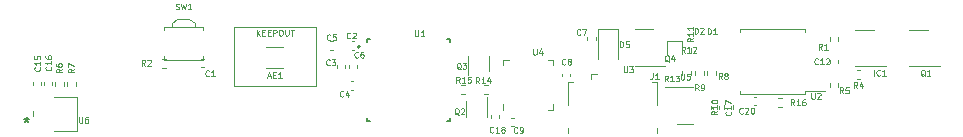
<source format=gbr>
%TF.GenerationSoftware,KiCad,Pcbnew,6.0.5-a6ca702e91~116~ubuntu22.04.1*%
%TF.CreationDate,2022-06-26T16:54:06-07:00*%
%TF.ProjectId,OSSG_v0p3,4f535347-5f76-4307-9033-2e6b69636164,v0.3*%
%TF.SameCoordinates,Original*%
%TF.FileFunction,Legend,Top*%
%TF.FilePolarity,Positive*%
%FSLAX46Y46*%
G04 Gerber Fmt 4.6, Leading zero omitted, Abs format (unit mm)*
G04 Created by KiCad (PCBNEW 6.0.5-a6ca702e91~116~ubuntu22.04.1) date 2022-06-26 16:54:06*
%MOMM*%
%LPD*%
G01*
G04 APERTURE LIST*
%ADD10C,0.070000*%
%ADD11C,0.150000*%
%ADD12C,0.120000*%
%ADD13C,0.100000*%
%ADD14C,0.127000*%
%ADD15C,0.200000*%
G04 APERTURE END LIST*
D10*
%TO.C,Q1*%
X158402380Y-79173809D02*
X158354761Y-79150000D01*
X158307142Y-79102380D01*
X158235714Y-79030952D01*
X158188095Y-79007142D01*
X158140476Y-79007142D01*
X158164285Y-79126190D02*
X158116666Y-79102380D01*
X158069047Y-79054761D01*
X158045238Y-78959523D01*
X158045238Y-78792857D01*
X158069047Y-78697619D01*
X158116666Y-78650000D01*
X158164285Y-78626190D01*
X158259523Y-78626190D01*
X158307142Y-78650000D01*
X158354761Y-78697619D01*
X158378571Y-78792857D01*
X158378571Y-78959523D01*
X158354761Y-79054761D01*
X158307142Y-79102380D01*
X158259523Y-79126190D01*
X158164285Y-79126190D01*
X158854761Y-79126190D02*
X158569047Y-79126190D01*
X158711904Y-79126190D02*
X158711904Y-78626190D01*
X158664285Y-78697619D01*
X158616666Y-78745238D01*
X158569047Y-78769047D01*
%TO.C,D1*%
X139980952Y-75626190D02*
X139980952Y-75126190D01*
X140100000Y-75126190D01*
X140171428Y-75150000D01*
X140219047Y-75197619D01*
X140242857Y-75245238D01*
X140266666Y-75340476D01*
X140266666Y-75411904D01*
X140242857Y-75507142D01*
X140219047Y-75554761D01*
X140171428Y-75602380D01*
X140100000Y-75626190D01*
X139980952Y-75626190D01*
X140742857Y-75626190D02*
X140457142Y-75626190D01*
X140600000Y-75626190D02*
X140600000Y-75126190D01*
X140552380Y-75197619D01*
X140504761Y-75245238D01*
X140457142Y-75269047D01*
%TO.C,C18*%
X121848571Y-83898571D02*
X121824761Y-83922380D01*
X121753333Y-83946190D01*
X121705714Y-83946190D01*
X121634285Y-83922380D01*
X121586666Y-83874761D01*
X121562857Y-83827142D01*
X121539047Y-83731904D01*
X121539047Y-83660476D01*
X121562857Y-83565238D01*
X121586666Y-83517619D01*
X121634285Y-83470000D01*
X121705714Y-83446190D01*
X121753333Y-83446190D01*
X121824761Y-83470000D01*
X121848571Y-83493809D01*
X122324761Y-83946190D02*
X122039047Y-83946190D01*
X122181904Y-83946190D02*
X122181904Y-83446190D01*
X122134285Y-83517619D01*
X122086666Y-83565238D01*
X122039047Y-83589047D01*
X122610476Y-83660476D02*
X122562857Y-83636666D01*
X122539047Y-83612857D01*
X122515238Y-83565238D01*
X122515238Y-83541428D01*
X122539047Y-83493809D01*
X122562857Y-83470000D01*
X122610476Y-83446190D01*
X122705714Y-83446190D01*
X122753333Y-83470000D01*
X122777142Y-83493809D01*
X122800952Y-83541428D01*
X122800952Y-83565238D01*
X122777142Y-83612857D01*
X122753333Y-83636666D01*
X122705714Y-83660476D01*
X122610476Y-83660476D01*
X122562857Y-83684285D01*
X122539047Y-83708095D01*
X122515238Y-83755714D01*
X122515238Y-83850952D01*
X122539047Y-83898571D01*
X122562857Y-83922380D01*
X122610476Y-83946190D01*
X122705714Y-83946190D01*
X122753333Y-83922380D01*
X122777142Y-83898571D01*
X122800952Y-83850952D01*
X122800952Y-83755714D01*
X122777142Y-83708095D01*
X122753333Y-83684285D01*
X122705714Y-83660476D01*
%TO.C,SW1*%
X94933333Y-73502380D02*
X95004761Y-73526190D01*
X95123809Y-73526190D01*
X95171428Y-73502380D01*
X95195238Y-73478571D01*
X95219047Y-73430952D01*
X95219047Y-73383333D01*
X95195238Y-73335714D01*
X95171428Y-73311904D01*
X95123809Y-73288095D01*
X95028571Y-73264285D01*
X94980952Y-73240476D01*
X94957142Y-73216666D01*
X94933333Y-73169047D01*
X94933333Y-73121428D01*
X94957142Y-73073809D01*
X94980952Y-73050000D01*
X95028571Y-73026190D01*
X95147619Y-73026190D01*
X95219047Y-73050000D01*
X95385714Y-73026190D02*
X95504761Y-73526190D01*
X95600000Y-73169047D01*
X95695238Y-73526190D01*
X95814285Y-73026190D01*
X96266666Y-73526190D02*
X95980952Y-73526190D01*
X96123809Y-73526190D02*
X96123809Y-73026190D01*
X96076190Y-73097619D01*
X96028571Y-73145238D01*
X95980952Y-73169047D01*
%TO.C,Q3*%
X119102380Y-78583809D02*
X119054761Y-78560000D01*
X119007142Y-78512380D01*
X118935714Y-78440952D01*
X118888095Y-78417142D01*
X118840476Y-78417142D01*
X118864285Y-78536190D02*
X118816666Y-78512380D01*
X118769047Y-78464761D01*
X118745238Y-78369523D01*
X118745238Y-78202857D01*
X118769047Y-78107619D01*
X118816666Y-78060000D01*
X118864285Y-78036190D01*
X118959523Y-78036190D01*
X119007142Y-78060000D01*
X119054761Y-78107619D01*
X119078571Y-78202857D01*
X119078571Y-78369523D01*
X119054761Y-78464761D01*
X119007142Y-78512380D01*
X118959523Y-78536190D01*
X118864285Y-78536190D01*
X119245238Y-78036190D02*
X119554761Y-78036190D01*
X119388095Y-78226666D01*
X119459523Y-78226666D01*
X119507142Y-78250476D01*
X119530952Y-78274285D01*
X119554761Y-78321904D01*
X119554761Y-78440952D01*
X119530952Y-78488571D01*
X119507142Y-78512380D01*
X119459523Y-78536190D01*
X119316666Y-78536190D01*
X119269047Y-78512380D01*
X119245238Y-78488571D01*
%TO.C,R4*%
X152666666Y-80176190D02*
X152500000Y-79938095D01*
X152380952Y-80176190D02*
X152380952Y-79676190D01*
X152571428Y-79676190D01*
X152619047Y-79700000D01*
X152642857Y-79723809D01*
X152666666Y-79771428D01*
X152666666Y-79842857D01*
X152642857Y-79890476D01*
X152619047Y-79914285D01*
X152571428Y-79938095D01*
X152380952Y-79938095D01*
X153095238Y-79842857D02*
X153095238Y-80176190D01*
X152976190Y-79652380D02*
X152857142Y-80009523D01*
X153166666Y-80009523D01*
%TO.C,C1*%
X97766666Y-79128571D02*
X97742857Y-79152380D01*
X97671428Y-79176190D01*
X97623809Y-79176190D01*
X97552380Y-79152380D01*
X97504761Y-79104761D01*
X97480952Y-79057142D01*
X97457142Y-78961904D01*
X97457142Y-78890476D01*
X97480952Y-78795238D01*
X97504761Y-78747619D01*
X97552380Y-78700000D01*
X97623809Y-78676190D01*
X97671428Y-78676190D01*
X97742857Y-78700000D01*
X97766666Y-78723809D01*
X98242857Y-79176190D02*
X97957142Y-79176190D01*
X98100000Y-79176190D02*
X98100000Y-78676190D01*
X98052380Y-78747619D01*
X98004761Y-78795238D01*
X97957142Y-78819047D01*
%TO.C,Q2*%
X118922380Y-82453809D02*
X118874761Y-82430000D01*
X118827142Y-82382380D01*
X118755714Y-82310952D01*
X118708095Y-82287142D01*
X118660476Y-82287142D01*
X118684285Y-82406190D02*
X118636666Y-82382380D01*
X118589047Y-82334761D01*
X118565238Y-82239523D01*
X118565238Y-82072857D01*
X118589047Y-81977619D01*
X118636666Y-81930000D01*
X118684285Y-81906190D01*
X118779523Y-81906190D01*
X118827142Y-81930000D01*
X118874761Y-81977619D01*
X118898571Y-82072857D01*
X118898571Y-82239523D01*
X118874761Y-82334761D01*
X118827142Y-82382380D01*
X118779523Y-82406190D01*
X118684285Y-82406190D01*
X119089047Y-81953809D02*
X119112857Y-81930000D01*
X119160476Y-81906190D01*
X119279523Y-81906190D01*
X119327142Y-81930000D01*
X119350952Y-81953809D01*
X119374761Y-82001428D01*
X119374761Y-82049047D01*
X119350952Y-82120476D01*
X119065238Y-82406190D01*
X119374761Y-82406190D01*
%TO.C,D5*%
X132560952Y-76726190D02*
X132560952Y-76226190D01*
X132680000Y-76226190D01*
X132751428Y-76250000D01*
X132799047Y-76297619D01*
X132822857Y-76345238D01*
X132846666Y-76440476D01*
X132846666Y-76511904D01*
X132822857Y-76607142D01*
X132799047Y-76654761D01*
X132751428Y-76702380D01*
X132680000Y-76726190D01*
X132560952Y-76726190D01*
X133299047Y-76226190D02*
X133060952Y-76226190D01*
X133037142Y-76464285D01*
X133060952Y-76440476D01*
X133108571Y-76416666D01*
X133227619Y-76416666D01*
X133275238Y-76440476D01*
X133299047Y-76464285D01*
X133322857Y-76511904D01*
X133322857Y-76630952D01*
X133299047Y-76678571D01*
X133275238Y-76702380D01*
X133227619Y-76726190D01*
X133108571Y-76726190D01*
X133060952Y-76702380D01*
X133037142Y-76678571D01*
%TO.C,C16*%
X84378571Y-78371428D02*
X84402380Y-78395238D01*
X84426190Y-78466666D01*
X84426190Y-78514285D01*
X84402380Y-78585714D01*
X84354761Y-78633333D01*
X84307142Y-78657142D01*
X84211904Y-78680952D01*
X84140476Y-78680952D01*
X84045238Y-78657142D01*
X83997619Y-78633333D01*
X83950000Y-78585714D01*
X83926190Y-78514285D01*
X83926190Y-78466666D01*
X83950000Y-78395238D01*
X83973809Y-78371428D01*
X84426190Y-77895238D02*
X84426190Y-78180952D01*
X84426190Y-78038095D02*
X83926190Y-78038095D01*
X83997619Y-78085714D01*
X84045238Y-78133333D01*
X84069047Y-78180952D01*
X83926190Y-77466666D02*
X83926190Y-77561904D01*
X83950000Y-77609523D01*
X83973809Y-77633333D01*
X84045238Y-77680952D01*
X84140476Y-77704761D01*
X84330952Y-77704761D01*
X84378571Y-77680952D01*
X84402380Y-77657142D01*
X84426190Y-77609523D01*
X84426190Y-77514285D01*
X84402380Y-77466666D01*
X84378571Y-77442857D01*
X84330952Y-77419047D01*
X84211904Y-77419047D01*
X84164285Y-77442857D01*
X84140476Y-77466666D01*
X84116666Y-77514285D01*
X84116666Y-77609523D01*
X84140476Y-77657142D01*
X84164285Y-77680952D01*
X84211904Y-77704761D01*
%TO.C,R6*%
X85316190Y-78569333D02*
X85078095Y-78736000D01*
X85316190Y-78855047D02*
X84816190Y-78855047D01*
X84816190Y-78664571D01*
X84840000Y-78616952D01*
X84863809Y-78593142D01*
X84911428Y-78569333D01*
X84982857Y-78569333D01*
X85030476Y-78593142D01*
X85054285Y-78616952D01*
X85078095Y-78664571D01*
X85078095Y-78855047D01*
X84816190Y-78140761D02*
X84816190Y-78236000D01*
X84840000Y-78283619D01*
X84863809Y-78307428D01*
X84935238Y-78355047D01*
X85030476Y-78378857D01*
X85220952Y-78378857D01*
X85268571Y-78355047D01*
X85292380Y-78331238D01*
X85316190Y-78283619D01*
X85316190Y-78188380D01*
X85292380Y-78140761D01*
X85268571Y-78116952D01*
X85220952Y-78093142D01*
X85101904Y-78093142D01*
X85054285Y-78116952D01*
X85030476Y-78140761D01*
X85006666Y-78188380D01*
X85006666Y-78283619D01*
X85030476Y-78331238D01*
X85054285Y-78355047D01*
X85101904Y-78378857D01*
%TO.C,C7*%
X129216666Y-75638571D02*
X129192857Y-75662380D01*
X129121428Y-75686190D01*
X129073809Y-75686190D01*
X129002380Y-75662380D01*
X128954761Y-75614761D01*
X128930952Y-75567142D01*
X128907142Y-75471904D01*
X128907142Y-75400476D01*
X128930952Y-75305238D01*
X128954761Y-75257619D01*
X129002380Y-75210000D01*
X129073809Y-75186190D01*
X129121428Y-75186190D01*
X129192857Y-75210000D01*
X129216666Y-75233809D01*
X129383333Y-75186190D02*
X129716666Y-75186190D01*
X129502380Y-75686190D01*
%TO.C,AE1*%
X102758666Y-79195333D02*
X102996761Y-79195333D01*
X102711047Y-79338190D02*
X102877714Y-78838190D01*
X103044380Y-79338190D01*
X103211047Y-79076285D02*
X103377714Y-79076285D01*
X103449142Y-79338190D02*
X103211047Y-79338190D01*
X103211047Y-78838190D01*
X103449142Y-78838190D01*
X103925333Y-79338190D02*
X103639619Y-79338190D01*
X103782476Y-79338190D02*
X103782476Y-78838190D01*
X103734857Y-78909619D01*
X103687238Y-78957238D01*
X103639619Y-78981047D01*
X101794380Y-75738190D02*
X101794380Y-75238190D01*
X102080095Y-75738190D02*
X101865809Y-75452476D01*
X102080095Y-75238190D02*
X101794380Y-75523904D01*
X102294380Y-75476285D02*
X102461047Y-75476285D01*
X102532476Y-75738190D02*
X102294380Y-75738190D01*
X102294380Y-75238190D01*
X102532476Y-75238190D01*
X102746761Y-75476285D02*
X102913428Y-75476285D01*
X102984857Y-75738190D02*
X102746761Y-75738190D01*
X102746761Y-75238190D01*
X102984857Y-75238190D01*
X103199142Y-75738190D02*
X103199142Y-75238190D01*
X103389619Y-75238190D01*
X103437238Y-75262000D01*
X103461047Y-75285809D01*
X103484857Y-75333428D01*
X103484857Y-75404857D01*
X103461047Y-75452476D01*
X103437238Y-75476285D01*
X103389619Y-75500095D01*
X103199142Y-75500095D01*
X103794380Y-75238190D02*
X103889619Y-75238190D01*
X103937238Y-75262000D01*
X103984857Y-75309619D01*
X104008666Y-75404857D01*
X104008666Y-75571523D01*
X103984857Y-75666761D01*
X103937238Y-75714380D01*
X103889619Y-75738190D01*
X103794380Y-75738190D01*
X103746761Y-75714380D01*
X103699142Y-75666761D01*
X103675333Y-75571523D01*
X103675333Y-75404857D01*
X103699142Y-75309619D01*
X103746761Y-75262000D01*
X103794380Y-75238190D01*
X104222952Y-75238190D02*
X104222952Y-75642952D01*
X104246761Y-75690571D01*
X104270571Y-75714380D01*
X104318190Y-75738190D01*
X104413428Y-75738190D01*
X104461047Y-75714380D01*
X104484857Y-75690571D01*
X104508666Y-75642952D01*
X104508666Y-75238190D01*
X104675333Y-75238190D02*
X104961047Y-75238190D01*
X104818190Y-75738190D02*
X104818190Y-75238190D01*
%TO.C,U6*%
X86759047Y-82626190D02*
X86759047Y-83030952D01*
X86782857Y-83078571D01*
X86806666Y-83102380D01*
X86854285Y-83126190D01*
X86949523Y-83126190D01*
X86997142Y-83102380D01*
X87020952Y-83078571D01*
X87044761Y-83030952D01*
X87044761Y-82626190D01*
X87497142Y-82626190D02*
X87401904Y-82626190D01*
X87354285Y-82650000D01*
X87330476Y-82673809D01*
X87282857Y-82745238D01*
X87259047Y-82840476D01*
X87259047Y-83030952D01*
X87282857Y-83078571D01*
X87306666Y-83102380D01*
X87354285Y-83126190D01*
X87449523Y-83126190D01*
X87497142Y-83102380D01*
X87520952Y-83078571D01*
X87544761Y-83030952D01*
X87544761Y-82911904D01*
X87520952Y-82864285D01*
X87497142Y-82840476D01*
X87449523Y-82816666D01*
X87354285Y-82816666D01*
X87306666Y-82840476D01*
X87282857Y-82864285D01*
X87259047Y-82911904D01*
D11*
X82330000Y-82662380D02*
X82330000Y-82900476D01*
X82091904Y-82805238D02*
X82330000Y-82900476D01*
X82568095Y-82805238D01*
X82187142Y-83090952D02*
X82330000Y-82900476D01*
X82472857Y-83090952D01*
D10*
%TO.C,C4*%
X109136666Y-80868571D02*
X109112857Y-80892380D01*
X109041428Y-80916190D01*
X108993809Y-80916190D01*
X108922380Y-80892380D01*
X108874761Y-80844761D01*
X108850952Y-80797142D01*
X108827142Y-80701904D01*
X108827142Y-80630476D01*
X108850952Y-80535238D01*
X108874761Y-80487619D01*
X108922380Y-80440000D01*
X108993809Y-80416190D01*
X109041428Y-80416190D01*
X109112857Y-80440000D01*
X109136666Y-80463809D01*
X109565238Y-80582857D02*
X109565238Y-80916190D01*
X109446190Y-80392380D02*
X109327142Y-80749523D01*
X109636666Y-80749523D01*
%TO.C,R11*%
X138766190Y-75941428D02*
X138528095Y-76108095D01*
X138766190Y-76227142D02*
X138266190Y-76227142D01*
X138266190Y-76036666D01*
X138290000Y-75989047D01*
X138313809Y-75965238D01*
X138361428Y-75941428D01*
X138432857Y-75941428D01*
X138480476Y-75965238D01*
X138504285Y-75989047D01*
X138528095Y-76036666D01*
X138528095Y-76227142D01*
X138766190Y-75465238D02*
X138766190Y-75750952D01*
X138766190Y-75608095D02*
X138266190Y-75608095D01*
X138337619Y-75655714D01*
X138385238Y-75703333D01*
X138409047Y-75750952D01*
X138766190Y-74989047D02*
X138766190Y-75274761D01*
X138766190Y-75131904D02*
X138266190Y-75131904D01*
X138337619Y-75179523D01*
X138385238Y-75227142D01*
X138409047Y-75274761D01*
%TO.C,IC1*%
X154061904Y-79126190D02*
X154061904Y-78626190D01*
X154585714Y-79078571D02*
X154561904Y-79102380D01*
X154490476Y-79126190D01*
X154442857Y-79126190D01*
X154371428Y-79102380D01*
X154323809Y-79054761D01*
X154300000Y-79007142D01*
X154276190Y-78911904D01*
X154276190Y-78840476D01*
X154300000Y-78745238D01*
X154323809Y-78697619D01*
X154371428Y-78650000D01*
X154442857Y-78626190D01*
X154490476Y-78626190D01*
X154561904Y-78650000D01*
X154585714Y-78673809D01*
X155061904Y-79126190D02*
X154776190Y-79126190D01*
X154919047Y-79126190D02*
X154919047Y-78626190D01*
X154871428Y-78697619D01*
X154823809Y-78745238D01*
X154776190Y-78769047D01*
%TO.C,U1*%
X115219047Y-75296190D02*
X115219047Y-75700952D01*
X115242857Y-75748571D01*
X115266666Y-75772380D01*
X115314285Y-75796190D01*
X115409523Y-75796190D01*
X115457142Y-75772380D01*
X115480952Y-75748571D01*
X115504761Y-75700952D01*
X115504761Y-75296190D01*
X116004761Y-75796190D02*
X115719047Y-75796190D01*
X115861904Y-75796190D02*
X115861904Y-75296190D01*
X115814285Y-75367619D01*
X115766666Y-75415238D01*
X115719047Y-75439047D01*
%TO.C,R7*%
X86332190Y-78569333D02*
X86094095Y-78736000D01*
X86332190Y-78855047D02*
X85832190Y-78855047D01*
X85832190Y-78664571D01*
X85856000Y-78616952D01*
X85879809Y-78593142D01*
X85927428Y-78569333D01*
X85998857Y-78569333D01*
X86046476Y-78593142D01*
X86070285Y-78616952D01*
X86094095Y-78664571D01*
X86094095Y-78855047D01*
X85832190Y-78402666D02*
X85832190Y-78069333D01*
X86332190Y-78283619D01*
%TO.C,U3*%
X132889047Y-78351190D02*
X132889047Y-78755952D01*
X132912857Y-78803571D01*
X132936666Y-78827380D01*
X132984285Y-78851190D01*
X133079523Y-78851190D01*
X133127142Y-78827380D01*
X133150952Y-78803571D01*
X133174761Y-78755952D01*
X133174761Y-78351190D01*
X133365238Y-78351190D02*
X133674761Y-78351190D01*
X133508095Y-78541666D01*
X133579523Y-78541666D01*
X133627142Y-78565476D01*
X133650952Y-78589285D01*
X133674761Y-78636904D01*
X133674761Y-78755952D01*
X133650952Y-78803571D01*
X133627142Y-78827380D01*
X133579523Y-78851190D01*
X133436666Y-78851190D01*
X133389047Y-78827380D01*
X133365238Y-78803571D01*
%TO.C,R16*%
X147328571Y-81636190D02*
X147161904Y-81398095D01*
X147042857Y-81636190D02*
X147042857Y-81136190D01*
X147233333Y-81136190D01*
X147280952Y-81160000D01*
X147304761Y-81183809D01*
X147328571Y-81231428D01*
X147328571Y-81302857D01*
X147304761Y-81350476D01*
X147280952Y-81374285D01*
X147233333Y-81398095D01*
X147042857Y-81398095D01*
X147804761Y-81636190D02*
X147519047Y-81636190D01*
X147661904Y-81636190D02*
X147661904Y-81136190D01*
X147614285Y-81207619D01*
X147566666Y-81255238D01*
X147519047Y-81279047D01*
X148233333Y-81136190D02*
X148138095Y-81136190D01*
X148090476Y-81160000D01*
X148066666Y-81183809D01*
X148019047Y-81255238D01*
X147995238Y-81350476D01*
X147995238Y-81540952D01*
X148019047Y-81588571D01*
X148042857Y-81612380D01*
X148090476Y-81636190D01*
X148185714Y-81636190D01*
X148233333Y-81612380D01*
X148257142Y-81588571D01*
X148280952Y-81540952D01*
X148280952Y-81421904D01*
X148257142Y-81374285D01*
X148233333Y-81350476D01*
X148185714Y-81326666D01*
X148090476Y-81326666D01*
X148042857Y-81350476D01*
X148019047Y-81374285D01*
X147995238Y-81421904D01*
%TO.C,R9*%
X139216666Y-80376190D02*
X139050000Y-80138095D01*
X138930952Y-80376190D02*
X138930952Y-79876190D01*
X139121428Y-79876190D01*
X139169047Y-79900000D01*
X139192857Y-79923809D01*
X139216666Y-79971428D01*
X139216666Y-80042857D01*
X139192857Y-80090476D01*
X139169047Y-80114285D01*
X139121428Y-80138095D01*
X138930952Y-80138095D01*
X139454761Y-80376190D02*
X139550000Y-80376190D01*
X139597619Y-80352380D01*
X139621428Y-80328571D01*
X139669047Y-80257142D01*
X139692857Y-80161904D01*
X139692857Y-79971428D01*
X139669047Y-79923809D01*
X139645238Y-79900000D01*
X139597619Y-79876190D01*
X139502380Y-79876190D01*
X139454761Y-79900000D01*
X139430952Y-79923809D01*
X139407142Y-79971428D01*
X139407142Y-80090476D01*
X139430952Y-80138095D01*
X139454761Y-80161904D01*
X139502380Y-80185714D01*
X139597619Y-80185714D01*
X139645238Y-80161904D01*
X139669047Y-80138095D01*
X139692857Y-80090476D01*
%TO.C,C17*%
X141938571Y-82171428D02*
X141962380Y-82195238D01*
X141986190Y-82266666D01*
X141986190Y-82314285D01*
X141962380Y-82385714D01*
X141914761Y-82433333D01*
X141867142Y-82457142D01*
X141771904Y-82480952D01*
X141700476Y-82480952D01*
X141605238Y-82457142D01*
X141557619Y-82433333D01*
X141510000Y-82385714D01*
X141486190Y-82314285D01*
X141486190Y-82266666D01*
X141510000Y-82195238D01*
X141533809Y-82171428D01*
X141986190Y-81695238D02*
X141986190Y-81980952D01*
X141986190Y-81838095D02*
X141486190Y-81838095D01*
X141557619Y-81885714D01*
X141605238Y-81933333D01*
X141629047Y-81980952D01*
X141486190Y-81528571D02*
X141486190Y-81195238D01*
X141986190Y-81409523D01*
%TO.C,J1*%
X135333333Y-78926190D02*
X135333333Y-79283333D01*
X135309523Y-79354761D01*
X135261904Y-79402380D01*
X135190476Y-79426190D01*
X135142857Y-79426190D01*
X135833333Y-79426190D02*
X135547619Y-79426190D01*
X135690476Y-79426190D02*
X135690476Y-78926190D01*
X135642857Y-78997619D01*
X135595238Y-79045238D01*
X135547619Y-79069047D01*
%TO.C,C20*%
X142968571Y-82298571D02*
X142944761Y-82322380D01*
X142873333Y-82346190D01*
X142825714Y-82346190D01*
X142754285Y-82322380D01*
X142706666Y-82274761D01*
X142682857Y-82227142D01*
X142659047Y-82131904D01*
X142659047Y-82060476D01*
X142682857Y-81965238D01*
X142706666Y-81917619D01*
X142754285Y-81870000D01*
X142825714Y-81846190D01*
X142873333Y-81846190D01*
X142944761Y-81870000D01*
X142968571Y-81893809D01*
X143159047Y-81893809D02*
X143182857Y-81870000D01*
X143230476Y-81846190D01*
X143349523Y-81846190D01*
X143397142Y-81870000D01*
X143420952Y-81893809D01*
X143444761Y-81941428D01*
X143444761Y-81989047D01*
X143420952Y-82060476D01*
X143135238Y-82346190D01*
X143444761Y-82346190D01*
X143754285Y-81846190D02*
X143801904Y-81846190D01*
X143849523Y-81870000D01*
X143873333Y-81893809D01*
X143897142Y-81941428D01*
X143920952Y-82036666D01*
X143920952Y-82155714D01*
X143897142Y-82250952D01*
X143873333Y-82298571D01*
X143849523Y-82322380D01*
X143801904Y-82346190D01*
X143754285Y-82346190D01*
X143706666Y-82322380D01*
X143682857Y-82298571D01*
X143659047Y-82250952D01*
X143635238Y-82155714D01*
X143635238Y-82036666D01*
X143659047Y-81941428D01*
X143682857Y-81893809D01*
X143706666Y-81870000D01*
X143754285Y-81846190D01*
%TO.C,R13*%
X136628571Y-79626190D02*
X136461904Y-79388095D01*
X136342857Y-79626190D02*
X136342857Y-79126190D01*
X136533333Y-79126190D01*
X136580952Y-79150000D01*
X136604761Y-79173809D01*
X136628571Y-79221428D01*
X136628571Y-79292857D01*
X136604761Y-79340476D01*
X136580952Y-79364285D01*
X136533333Y-79388095D01*
X136342857Y-79388095D01*
X137104761Y-79626190D02*
X136819047Y-79626190D01*
X136961904Y-79626190D02*
X136961904Y-79126190D01*
X136914285Y-79197619D01*
X136866666Y-79245238D01*
X136819047Y-79269047D01*
X137271428Y-79126190D02*
X137580952Y-79126190D01*
X137414285Y-79316666D01*
X137485714Y-79316666D01*
X137533333Y-79340476D01*
X137557142Y-79364285D01*
X137580952Y-79411904D01*
X137580952Y-79530952D01*
X137557142Y-79578571D01*
X137533333Y-79602380D01*
X137485714Y-79626190D01*
X137342857Y-79626190D01*
X137295238Y-79602380D01*
X137271428Y-79578571D01*
%TO.C,C2*%
X109736666Y-75938571D02*
X109712857Y-75962380D01*
X109641428Y-75986190D01*
X109593809Y-75986190D01*
X109522380Y-75962380D01*
X109474761Y-75914761D01*
X109450952Y-75867142D01*
X109427142Y-75771904D01*
X109427142Y-75700476D01*
X109450952Y-75605238D01*
X109474761Y-75557619D01*
X109522380Y-75510000D01*
X109593809Y-75486190D01*
X109641428Y-75486190D01*
X109712857Y-75510000D01*
X109736666Y-75533809D01*
X109927142Y-75533809D02*
X109950952Y-75510000D01*
X109998571Y-75486190D01*
X110117619Y-75486190D01*
X110165238Y-75510000D01*
X110189047Y-75533809D01*
X110212857Y-75581428D01*
X110212857Y-75629047D01*
X110189047Y-75700476D01*
X109903333Y-75986190D01*
X110212857Y-75986190D01*
%TO.C,R8*%
X141216666Y-79426190D02*
X141050000Y-79188095D01*
X140930952Y-79426190D02*
X140930952Y-78926190D01*
X141121428Y-78926190D01*
X141169047Y-78950000D01*
X141192857Y-78973809D01*
X141216666Y-79021428D01*
X141216666Y-79092857D01*
X141192857Y-79140476D01*
X141169047Y-79164285D01*
X141121428Y-79188095D01*
X140930952Y-79188095D01*
X141502380Y-79140476D02*
X141454761Y-79116666D01*
X141430952Y-79092857D01*
X141407142Y-79045238D01*
X141407142Y-79021428D01*
X141430952Y-78973809D01*
X141454761Y-78950000D01*
X141502380Y-78926190D01*
X141597619Y-78926190D01*
X141645238Y-78950000D01*
X141669047Y-78973809D01*
X141692857Y-79021428D01*
X141692857Y-79045238D01*
X141669047Y-79092857D01*
X141645238Y-79116666D01*
X141597619Y-79140476D01*
X141502380Y-79140476D01*
X141454761Y-79164285D01*
X141430952Y-79188095D01*
X141407142Y-79235714D01*
X141407142Y-79330952D01*
X141430952Y-79378571D01*
X141454761Y-79402380D01*
X141502380Y-79426190D01*
X141597619Y-79426190D01*
X141645238Y-79402380D01*
X141669047Y-79378571D01*
X141692857Y-79330952D01*
X141692857Y-79235714D01*
X141669047Y-79188095D01*
X141645238Y-79164285D01*
X141597619Y-79140476D01*
%TO.C,U2*%
X148779047Y-80596190D02*
X148779047Y-81000952D01*
X148802857Y-81048571D01*
X148826666Y-81072380D01*
X148874285Y-81096190D01*
X148969523Y-81096190D01*
X149017142Y-81072380D01*
X149040952Y-81048571D01*
X149064761Y-81000952D01*
X149064761Y-80596190D01*
X149279047Y-80643809D02*
X149302857Y-80620000D01*
X149350476Y-80596190D01*
X149469523Y-80596190D01*
X149517142Y-80620000D01*
X149540952Y-80643809D01*
X149564761Y-80691428D01*
X149564761Y-80739047D01*
X149540952Y-80810476D01*
X149255238Y-81096190D01*
X149564761Y-81096190D01*
%TO.C,C12*%
X149328571Y-78128571D02*
X149304761Y-78152380D01*
X149233333Y-78176190D01*
X149185714Y-78176190D01*
X149114285Y-78152380D01*
X149066666Y-78104761D01*
X149042857Y-78057142D01*
X149019047Y-77961904D01*
X149019047Y-77890476D01*
X149042857Y-77795238D01*
X149066666Y-77747619D01*
X149114285Y-77700000D01*
X149185714Y-77676190D01*
X149233333Y-77676190D01*
X149304761Y-77700000D01*
X149328571Y-77723809D01*
X149804761Y-78176190D02*
X149519047Y-78176190D01*
X149661904Y-78176190D02*
X149661904Y-77676190D01*
X149614285Y-77747619D01*
X149566666Y-77795238D01*
X149519047Y-77819047D01*
X149995238Y-77723809D02*
X150019047Y-77700000D01*
X150066666Y-77676190D01*
X150185714Y-77676190D01*
X150233333Y-77700000D01*
X150257142Y-77723809D01*
X150280952Y-77771428D01*
X150280952Y-77819047D01*
X150257142Y-77890476D01*
X149971428Y-78176190D01*
X150280952Y-78176190D01*
%TO.C,R5*%
X151466666Y-80626190D02*
X151300000Y-80388095D01*
X151180952Y-80626190D02*
X151180952Y-80126190D01*
X151371428Y-80126190D01*
X151419047Y-80150000D01*
X151442857Y-80173809D01*
X151466666Y-80221428D01*
X151466666Y-80292857D01*
X151442857Y-80340476D01*
X151419047Y-80364285D01*
X151371428Y-80388095D01*
X151180952Y-80388095D01*
X151919047Y-80126190D02*
X151680952Y-80126190D01*
X151657142Y-80364285D01*
X151680952Y-80340476D01*
X151728571Y-80316666D01*
X151847619Y-80316666D01*
X151895238Y-80340476D01*
X151919047Y-80364285D01*
X151942857Y-80411904D01*
X151942857Y-80530952D01*
X151919047Y-80578571D01*
X151895238Y-80602380D01*
X151847619Y-80626190D01*
X151728571Y-80626190D01*
X151680952Y-80602380D01*
X151657142Y-80578571D01*
%TO.C,R2*%
X92366666Y-78276190D02*
X92200000Y-78038095D01*
X92080952Y-78276190D02*
X92080952Y-77776190D01*
X92271428Y-77776190D01*
X92319047Y-77800000D01*
X92342857Y-77823809D01*
X92366666Y-77871428D01*
X92366666Y-77942857D01*
X92342857Y-77990476D01*
X92319047Y-78014285D01*
X92271428Y-78038095D01*
X92080952Y-78038095D01*
X92557142Y-77823809D02*
X92580952Y-77800000D01*
X92628571Y-77776190D01*
X92747619Y-77776190D01*
X92795238Y-77800000D01*
X92819047Y-77823809D01*
X92842857Y-77871428D01*
X92842857Y-77919047D01*
X92819047Y-77990476D01*
X92533333Y-78276190D01*
X92842857Y-78276190D01*
%TO.C,Q4*%
X136752380Y-77973809D02*
X136704761Y-77950000D01*
X136657142Y-77902380D01*
X136585714Y-77830952D01*
X136538095Y-77807142D01*
X136490476Y-77807142D01*
X136514285Y-77926190D02*
X136466666Y-77902380D01*
X136419047Y-77854761D01*
X136395238Y-77759523D01*
X136395238Y-77592857D01*
X136419047Y-77497619D01*
X136466666Y-77450000D01*
X136514285Y-77426190D01*
X136609523Y-77426190D01*
X136657142Y-77450000D01*
X136704761Y-77497619D01*
X136728571Y-77592857D01*
X136728571Y-77759523D01*
X136704761Y-77854761D01*
X136657142Y-77902380D01*
X136609523Y-77926190D01*
X136514285Y-77926190D01*
X137157142Y-77592857D02*
X137157142Y-77926190D01*
X137038095Y-77402380D02*
X136919047Y-77759523D01*
X137228571Y-77759523D01*
%TO.C,C9*%
X123876666Y-83938571D02*
X123852857Y-83962380D01*
X123781428Y-83986190D01*
X123733809Y-83986190D01*
X123662380Y-83962380D01*
X123614761Y-83914761D01*
X123590952Y-83867142D01*
X123567142Y-83771904D01*
X123567142Y-83700476D01*
X123590952Y-83605238D01*
X123614761Y-83557619D01*
X123662380Y-83510000D01*
X123733809Y-83486190D01*
X123781428Y-83486190D01*
X123852857Y-83510000D01*
X123876666Y-83533809D01*
X124114761Y-83986190D02*
X124210000Y-83986190D01*
X124257619Y-83962380D01*
X124281428Y-83938571D01*
X124329047Y-83867142D01*
X124352857Y-83771904D01*
X124352857Y-83581428D01*
X124329047Y-83533809D01*
X124305238Y-83510000D01*
X124257619Y-83486190D01*
X124162380Y-83486190D01*
X124114761Y-83510000D01*
X124090952Y-83533809D01*
X124067142Y-83581428D01*
X124067142Y-83700476D01*
X124090952Y-83748095D01*
X124114761Y-83771904D01*
X124162380Y-83795714D01*
X124257619Y-83795714D01*
X124305238Y-83771904D01*
X124329047Y-83748095D01*
X124352857Y-83700476D01*
%TO.C,D2*%
X138880952Y-75576190D02*
X138880952Y-75076190D01*
X139000000Y-75076190D01*
X139071428Y-75100000D01*
X139119047Y-75147619D01*
X139142857Y-75195238D01*
X139166666Y-75290476D01*
X139166666Y-75361904D01*
X139142857Y-75457142D01*
X139119047Y-75504761D01*
X139071428Y-75552380D01*
X139000000Y-75576190D01*
X138880952Y-75576190D01*
X139357142Y-75123809D02*
X139380952Y-75100000D01*
X139428571Y-75076190D01*
X139547619Y-75076190D01*
X139595238Y-75100000D01*
X139619047Y-75123809D01*
X139642857Y-75171428D01*
X139642857Y-75219047D01*
X139619047Y-75290476D01*
X139333333Y-75576190D01*
X139642857Y-75576190D01*
%TO.C,C6*%
X110396666Y-77558571D02*
X110372857Y-77582380D01*
X110301428Y-77606190D01*
X110253809Y-77606190D01*
X110182380Y-77582380D01*
X110134761Y-77534761D01*
X110110952Y-77487142D01*
X110087142Y-77391904D01*
X110087142Y-77320476D01*
X110110952Y-77225238D01*
X110134761Y-77177619D01*
X110182380Y-77130000D01*
X110253809Y-77106190D01*
X110301428Y-77106190D01*
X110372857Y-77130000D01*
X110396666Y-77153809D01*
X110825238Y-77106190D02*
X110730000Y-77106190D01*
X110682380Y-77130000D01*
X110658571Y-77153809D01*
X110610952Y-77225238D01*
X110587142Y-77320476D01*
X110587142Y-77510952D01*
X110610952Y-77558571D01*
X110634761Y-77582380D01*
X110682380Y-77606190D01*
X110777619Y-77606190D01*
X110825238Y-77582380D01*
X110849047Y-77558571D01*
X110872857Y-77510952D01*
X110872857Y-77391904D01*
X110849047Y-77344285D01*
X110825238Y-77320476D01*
X110777619Y-77296666D01*
X110682380Y-77296666D01*
X110634761Y-77320476D01*
X110610952Y-77344285D01*
X110587142Y-77391904D01*
%TO.C,U4*%
X125219047Y-76856190D02*
X125219047Y-77260952D01*
X125242857Y-77308571D01*
X125266666Y-77332380D01*
X125314285Y-77356190D01*
X125409523Y-77356190D01*
X125457142Y-77332380D01*
X125480952Y-77308571D01*
X125504761Y-77260952D01*
X125504761Y-76856190D01*
X125957142Y-77022857D02*
X125957142Y-77356190D01*
X125838095Y-76832380D02*
X125719047Y-77189523D01*
X126028571Y-77189523D01*
%TO.C,C8*%
X127932666Y-78156571D02*
X127908857Y-78180380D01*
X127837428Y-78204190D01*
X127789809Y-78204190D01*
X127718380Y-78180380D01*
X127670761Y-78132761D01*
X127646952Y-78085142D01*
X127623142Y-77989904D01*
X127623142Y-77918476D01*
X127646952Y-77823238D01*
X127670761Y-77775619D01*
X127718380Y-77728000D01*
X127789809Y-77704190D01*
X127837428Y-77704190D01*
X127908857Y-77728000D01*
X127932666Y-77751809D01*
X128218380Y-77918476D02*
X128170761Y-77894666D01*
X128146952Y-77870857D01*
X128123142Y-77823238D01*
X128123142Y-77799428D01*
X128146952Y-77751809D01*
X128170761Y-77728000D01*
X128218380Y-77704190D01*
X128313619Y-77704190D01*
X128361238Y-77728000D01*
X128385047Y-77751809D01*
X128408857Y-77799428D01*
X128408857Y-77823238D01*
X128385047Y-77870857D01*
X128361238Y-77894666D01*
X128313619Y-77918476D01*
X128218380Y-77918476D01*
X128170761Y-77942285D01*
X128146952Y-77966095D01*
X128123142Y-78013714D01*
X128123142Y-78108952D01*
X128146952Y-78156571D01*
X128170761Y-78180380D01*
X128218380Y-78204190D01*
X128313619Y-78204190D01*
X128361238Y-78180380D01*
X128385047Y-78156571D01*
X128408857Y-78108952D01*
X128408857Y-78013714D01*
X128385047Y-77966095D01*
X128361238Y-77942285D01*
X128313619Y-77918476D01*
%TO.C,R14*%
X120668571Y-79786190D02*
X120501904Y-79548095D01*
X120382857Y-79786190D02*
X120382857Y-79286190D01*
X120573333Y-79286190D01*
X120620952Y-79310000D01*
X120644761Y-79333809D01*
X120668571Y-79381428D01*
X120668571Y-79452857D01*
X120644761Y-79500476D01*
X120620952Y-79524285D01*
X120573333Y-79548095D01*
X120382857Y-79548095D01*
X121144761Y-79786190D02*
X120859047Y-79786190D01*
X121001904Y-79786190D02*
X121001904Y-79286190D01*
X120954285Y-79357619D01*
X120906666Y-79405238D01*
X120859047Y-79429047D01*
X121573333Y-79452857D02*
X121573333Y-79786190D01*
X121454285Y-79262380D02*
X121335238Y-79619523D01*
X121644761Y-79619523D01*
%TO.C,C5*%
X108046666Y-76078571D02*
X108022857Y-76102380D01*
X107951428Y-76126190D01*
X107903809Y-76126190D01*
X107832380Y-76102380D01*
X107784761Y-76054761D01*
X107760952Y-76007142D01*
X107737142Y-75911904D01*
X107737142Y-75840476D01*
X107760952Y-75745238D01*
X107784761Y-75697619D01*
X107832380Y-75650000D01*
X107903809Y-75626190D01*
X107951428Y-75626190D01*
X108022857Y-75650000D01*
X108046666Y-75673809D01*
X108499047Y-75626190D02*
X108260952Y-75626190D01*
X108237142Y-75864285D01*
X108260952Y-75840476D01*
X108308571Y-75816666D01*
X108427619Y-75816666D01*
X108475238Y-75840476D01*
X108499047Y-75864285D01*
X108522857Y-75911904D01*
X108522857Y-76030952D01*
X108499047Y-76078571D01*
X108475238Y-76102380D01*
X108427619Y-76126190D01*
X108308571Y-76126190D01*
X108260952Y-76102380D01*
X108237142Y-76078571D01*
%TO.C,U5*%
X137699047Y-78966190D02*
X137699047Y-79370952D01*
X137722857Y-79418571D01*
X137746666Y-79442380D01*
X137794285Y-79466190D01*
X137889523Y-79466190D01*
X137937142Y-79442380D01*
X137960952Y-79418571D01*
X137984761Y-79370952D01*
X137984761Y-78966190D01*
X138460952Y-78966190D02*
X138222857Y-78966190D01*
X138199047Y-79204285D01*
X138222857Y-79180476D01*
X138270476Y-79156666D01*
X138389523Y-79156666D01*
X138437142Y-79180476D01*
X138460952Y-79204285D01*
X138484761Y-79251904D01*
X138484761Y-79370952D01*
X138460952Y-79418571D01*
X138437142Y-79442380D01*
X138389523Y-79466190D01*
X138270476Y-79466190D01*
X138222857Y-79442380D01*
X138199047Y-79418571D01*
%TO.C,R10*%
X140806190Y-82121428D02*
X140568095Y-82288095D01*
X140806190Y-82407142D02*
X140306190Y-82407142D01*
X140306190Y-82216666D01*
X140330000Y-82169047D01*
X140353809Y-82145238D01*
X140401428Y-82121428D01*
X140472857Y-82121428D01*
X140520476Y-82145238D01*
X140544285Y-82169047D01*
X140568095Y-82216666D01*
X140568095Y-82407142D01*
X140806190Y-81645238D02*
X140806190Y-81930952D01*
X140806190Y-81788095D02*
X140306190Y-81788095D01*
X140377619Y-81835714D01*
X140425238Y-81883333D01*
X140449047Y-81930952D01*
X140306190Y-81335714D02*
X140306190Y-81288095D01*
X140330000Y-81240476D01*
X140353809Y-81216666D01*
X140401428Y-81192857D01*
X140496666Y-81169047D01*
X140615714Y-81169047D01*
X140710952Y-81192857D01*
X140758571Y-81216666D01*
X140782380Y-81240476D01*
X140806190Y-81288095D01*
X140806190Y-81335714D01*
X140782380Y-81383333D01*
X140758571Y-81407142D01*
X140710952Y-81430952D01*
X140615714Y-81454761D01*
X140496666Y-81454761D01*
X140401428Y-81430952D01*
X140353809Y-81407142D01*
X140330000Y-81383333D01*
X140306190Y-81335714D01*
%TO.C,C15*%
X83428571Y-78421428D02*
X83452380Y-78445238D01*
X83476190Y-78516666D01*
X83476190Y-78564285D01*
X83452380Y-78635714D01*
X83404761Y-78683333D01*
X83357142Y-78707142D01*
X83261904Y-78730952D01*
X83190476Y-78730952D01*
X83095238Y-78707142D01*
X83047619Y-78683333D01*
X83000000Y-78635714D01*
X82976190Y-78564285D01*
X82976190Y-78516666D01*
X83000000Y-78445238D01*
X83023809Y-78421428D01*
X83476190Y-77945238D02*
X83476190Y-78230952D01*
X83476190Y-78088095D02*
X82976190Y-78088095D01*
X83047619Y-78135714D01*
X83095238Y-78183333D01*
X83119047Y-78230952D01*
X82976190Y-77492857D02*
X82976190Y-77730952D01*
X83214285Y-77754761D01*
X83190476Y-77730952D01*
X83166666Y-77683333D01*
X83166666Y-77564285D01*
X83190476Y-77516666D01*
X83214285Y-77492857D01*
X83261904Y-77469047D01*
X83380952Y-77469047D01*
X83428571Y-77492857D01*
X83452380Y-77516666D01*
X83476190Y-77564285D01*
X83476190Y-77683333D01*
X83452380Y-77730952D01*
X83428571Y-77754761D01*
%TO.C,R1*%
X149666666Y-76926190D02*
X149500000Y-76688095D01*
X149380952Y-76926190D02*
X149380952Y-76426190D01*
X149571428Y-76426190D01*
X149619047Y-76450000D01*
X149642857Y-76473809D01*
X149666666Y-76521428D01*
X149666666Y-76592857D01*
X149642857Y-76640476D01*
X149619047Y-76664285D01*
X149571428Y-76688095D01*
X149380952Y-76688095D01*
X150142857Y-76926190D02*
X149857142Y-76926190D01*
X150000000Y-76926190D02*
X150000000Y-76426190D01*
X149952380Y-76497619D01*
X149904761Y-76545238D01*
X149857142Y-76569047D01*
%TO.C,R12*%
X138078571Y-77176190D02*
X137911904Y-76938095D01*
X137792857Y-77176190D02*
X137792857Y-76676190D01*
X137983333Y-76676190D01*
X138030952Y-76700000D01*
X138054761Y-76723809D01*
X138078571Y-76771428D01*
X138078571Y-76842857D01*
X138054761Y-76890476D01*
X138030952Y-76914285D01*
X137983333Y-76938095D01*
X137792857Y-76938095D01*
X138554761Y-77176190D02*
X138269047Y-77176190D01*
X138411904Y-77176190D02*
X138411904Y-76676190D01*
X138364285Y-76747619D01*
X138316666Y-76795238D01*
X138269047Y-76819047D01*
X138745238Y-76723809D02*
X138769047Y-76700000D01*
X138816666Y-76676190D01*
X138935714Y-76676190D01*
X138983333Y-76700000D01*
X139007142Y-76723809D01*
X139030952Y-76771428D01*
X139030952Y-76819047D01*
X139007142Y-76890476D01*
X138721428Y-77176190D01*
X139030952Y-77176190D01*
%TO.C,R15*%
X118998571Y-79726190D02*
X118831904Y-79488095D01*
X118712857Y-79726190D02*
X118712857Y-79226190D01*
X118903333Y-79226190D01*
X118950952Y-79250000D01*
X118974761Y-79273809D01*
X118998571Y-79321428D01*
X118998571Y-79392857D01*
X118974761Y-79440476D01*
X118950952Y-79464285D01*
X118903333Y-79488095D01*
X118712857Y-79488095D01*
X119474761Y-79726190D02*
X119189047Y-79726190D01*
X119331904Y-79726190D02*
X119331904Y-79226190D01*
X119284285Y-79297619D01*
X119236666Y-79345238D01*
X119189047Y-79369047D01*
X119927142Y-79226190D02*
X119689047Y-79226190D01*
X119665238Y-79464285D01*
X119689047Y-79440476D01*
X119736666Y-79416666D01*
X119855714Y-79416666D01*
X119903333Y-79440476D01*
X119927142Y-79464285D01*
X119950952Y-79511904D01*
X119950952Y-79630952D01*
X119927142Y-79678571D01*
X119903333Y-79702380D01*
X119855714Y-79726190D01*
X119736666Y-79726190D01*
X119689047Y-79702380D01*
X119665238Y-79678571D01*
%TO.C,C3*%
X107986666Y-78208571D02*
X107962857Y-78232380D01*
X107891428Y-78256190D01*
X107843809Y-78256190D01*
X107772380Y-78232380D01*
X107724761Y-78184761D01*
X107700952Y-78137142D01*
X107677142Y-78041904D01*
X107677142Y-77970476D01*
X107700952Y-77875238D01*
X107724761Y-77827619D01*
X107772380Y-77780000D01*
X107843809Y-77756190D01*
X107891428Y-77756190D01*
X107962857Y-77780000D01*
X107986666Y-77803809D01*
X108153333Y-77756190D02*
X108462857Y-77756190D01*
X108296190Y-77946666D01*
X108367619Y-77946666D01*
X108415238Y-77970476D01*
X108439047Y-77994285D01*
X108462857Y-78041904D01*
X108462857Y-78160952D01*
X108439047Y-78208571D01*
X108415238Y-78232380D01*
X108367619Y-78256190D01*
X108224761Y-78256190D01*
X108177142Y-78232380D01*
X108153333Y-78208571D01*
D12*
%TO.C,Q1*%
X157843507Y-75235775D02*
X157043507Y-75235775D01*
X157843507Y-78355775D02*
X157043507Y-78355775D01*
X157843507Y-75235775D02*
X158643507Y-75235775D01*
X157843507Y-78355775D02*
X159643507Y-78355775D01*
D13*
%TO.C,D1*%
X140350000Y-75855000D02*
G75*
G03*
X140350000Y-75855000I-50000J0D01*
G01*
D12*
%TO.C,C18*%
X121640000Y-82707836D02*
X121640000Y-82492164D01*
X122360000Y-82707836D02*
X122360000Y-82492164D01*
%TO.C,SW1*%
X93950000Y-77800000D02*
X97250000Y-77800000D01*
X95100000Y-74300000D02*
X94600000Y-74680000D01*
X94600000Y-74680000D02*
X94600000Y-75000000D01*
X93950000Y-75000000D02*
X97250000Y-75000000D01*
X97250000Y-75000000D02*
X97250000Y-75300000D01*
X97250000Y-77800000D02*
X97250000Y-77500000D01*
X93950000Y-77500000D02*
X93950000Y-77800000D01*
X93950000Y-75300000D02*
X93950000Y-75000000D01*
X95100000Y-74300000D02*
X96100000Y-74300000D01*
X96100000Y-74300000D02*
X96600000Y-74680000D01*
X96600000Y-74680000D02*
X96600000Y-75000000D01*
%TO.C,Q3*%
X121474511Y-77459511D02*
X121474511Y-78759511D01*
X119674511Y-79109511D02*
X119674511Y-77459511D01*
%TO.C,R4*%
X152903641Y-78645000D02*
X152596359Y-78645000D01*
X152903641Y-79405000D02*
X152596359Y-79405000D01*
%TO.C,C1*%
X97117164Y-77705000D02*
X97332836Y-77705000D01*
X97117164Y-78425000D02*
X97332836Y-78425000D01*
%TO.C,Q2*%
X121315000Y-80950000D02*
X121315000Y-82600000D01*
X119515000Y-82600000D02*
X119515000Y-81300000D01*
%TO.C,D5*%
X132425000Y-75175000D02*
X130725000Y-75175000D01*
X132425000Y-75175000D02*
X132425000Y-77725000D01*
X130725000Y-75175000D02*
X130725000Y-77725000D01*
%TO.C,C16*%
X83790000Y-79712164D02*
X83790000Y-79927836D01*
X84510000Y-79712164D02*
X84510000Y-79927836D01*
%TO.C,R6*%
X86530000Y-80003641D02*
X86530000Y-79696359D01*
X85770000Y-80003641D02*
X85770000Y-79696359D01*
%TO.C,C7*%
X129790000Y-76082836D02*
X129790000Y-75867164D01*
X130510000Y-76082836D02*
X130510000Y-75867164D01*
%TO.C,AE1*%
X106867000Y-75020000D02*
X106867000Y-80020000D01*
X102630748Y-76702000D02*
X104053252Y-76702000D01*
X102630748Y-78522000D02*
X104053252Y-78522000D01*
X99867000Y-80020000D02*
X106867000Y-80020000D01*
X99867000Y-80020000D02*
X99867000Y-75020000D01*
X99867000Y-75020000D02*
X106867000Y-75020000D01*
%TO.C,U6*%
X86629600Y-80902200D02*
X84652833Y-80902200D01*
X86629600Y-83797800D02*
X86629600Y-80902200D01*
X82870400Y-82117355D02*
X82870400Y-82582645D01*
X84652833Y-83797800D02*
X86629600Y-83797800D01*
%TO.C,C4*%
X109987836Y-79620000D02*
X109772164Y-79620000D01*
X109987836Y-80340000D02*
X109772164Y-80340000D01*
%TO.C,IC1*%
X153293507Y-78355775D02*
X155093507Y-78355775D01*
X153293507Y-75235775D02*
X154093507Y-75235775D01*
X153293507Y-78355775D02*
X152493507Y-78355775D01*
X153293507Y-75235775D02*
X152493507Y-75235775D01*
D14*
%TO.C,U1*%
X118150000Y-76000000D02*
X117895000Y-76000000D01*
X111150000Y-76255000D02*
X111150000Y-76000000D01*
X111150000Y-83000000D02*
X111405000Y-83000000D01*
X111150000Y-82745000D02*
X111150000Y-83000000D01*
X118150000Y-82745000D02*
X118150000Y-83000000D01*
X118150000Y-76255000D02*
X118150000Y-76000000D01*
X118150000Y-83000000D02*
X117895000Y-83000000D01*
X111150000Y-76000000D02*
X111405000Y-76000000D01*
D15*
X110550000Y-76700000D02*
G75*
G03*
X110550000Y-76700000I-100000J0D01*
G01*
D12*
%TO.C,R7*%
X85530000Y-79696359D02*
X85530000Y-80003641D01*
X84770000Y-79696359D02*
X84770000Y-80003641D01*
%TO.C,U3*%
X134600000Y-78335000D02*
X133800000Y-78335000D01*
X134600000Y-75215000D02*
X135400000Y-75215000D01*
X134600000Y-75215000D02*
X133800000Y-75215000D01*
X134600000Y-78335000D02*
X136400000Y-78335000D01*
%TO.C,R16*%
X146278641Y-81020000D02*
X145971359Y-81020000D01*
X146278641Y-81780000D02*
X145971359Y-81780000D01*
%TO.C,R9*%
X138920000Y-79043641D02*
X138920000Y-78736359D01*
X139680000Y-79043641D02*
X139680000Y-78736359D01*
%TO.C,C17*%
X140960000Y-81742164D02*
X140960000Y-81957836D01*
X140240000Y-81742164D02*
X140240000Y-81957836D01*
%TO.C,J1*%
X130590000Y-78960000D02*
X130140000Y-78960000D01*
X128140000Y-79640000D02*
X128560000Y-79640000D01*
X135660000Y-79640000D02*
X135240000Y-79640000D01*
X128140000Y-81620000D02*
X128140000Y-79640000D01*
X130140000Y-79410000D02*
X130140000Y-78960000D01*
X135660000Y-81620000D02*
X135660000Y-79640000D01*
X135660000Y-83590000D02*
X135660000Y-83990000D01*
X128140000Y-83990000D02*
X128140000Y-83590000D01*
%TO.C,C20*%
X143892164Y-81660000D02*
X144107836Y-81660000D01*
X143892164Y-80940000D02*
X144107836Y-80940000D01*
%TO.C,R13*%
X137845000Y-78736359D02*
X137845000Y-79043641D01*
X138605000Y-78736359D02*
X138605000Y-79043641D01*
%TO.C,C2*%
X109854664Y-76240000D02*
X110070336Y-76240000D01*
X109854664Y-76960000D02*
X110070336Y-76960000D01*
%TO.C,R8*%
X140680000Y-79043641D02*
X140680000Y-78736359D01*
X139920000Y-79043641D02*
X139920000Y-78736359D01*
%TO.C,U2*%
X148236075Y-80665000D02*
X148236075Y-80405000D01*
X142736075Y-80665000D02*
X142736075Y-80405000D01*
X145486075Y-75215000D02*
X142736075Y-75215000D01*
X145486075Y-75215000D02*
X148236075Y-75215000D01*
X145486075Y-80665000D02*
X142736075Y-80665000D01*
X148236075Y-75215000D02*
X148236075Y-75475000D01*
X145486075Y-80665000D02*
X148236075Y-80665000D01*
X148236075Y-80405000D02*
X149886075Y-80405000D01*
X142736075Y-75215000D02*
X142736075Y-75475000D01*
%TO.C,C12*%
X150326075Y-77847164D02*
X150326075Y-78062836D01*
X151046075Y-77847164D02*
X151046075Y-78062836D01*
%TO.C,R5*%
X150306075Y-80098641D02*
X150306075Y-79791359D01*
X151066075Y-80098641D02*
X151066075Y-79791359D01*
%TO.C,R2*%
X94103641Y-78470000D02*
X93796359Y-78470000D01*
X94103641Y-77710000D02*
X93796359Y-77710000D01*
%TO.C,Q4*%
X137785000Y-76165000D02*
X137785000Y-77325000D01*
X136565000Y-76165000D02*
X137785000Y-76165000D01*
X136565000Y-77325000D02*
X136565000Y-76165000D01*
%TO.C,C9*%
X123372164Y-82690000D02*
X123587836Y-82690000D01*
X123372164Y-83410000D02*
X123587836Y-83410000D01*
D13*
%TO.C,D2*%
X139350000Y-75855000D02*
G75*
G03*
X139350000Y-75855000I-50000J0D01*
G01*
D12*
%TO.C,C6*%
X110310000Y-78457836D02*
X110310000Y-78242164D01*
X109590000Y-78457836D02*
X109590000Y-78242164D01*
%TO.C,U4*%
X122690000Y-78265000D02*
X122690000Y-77790000D01*
X126910000Y-81535000D02*
X126910000Y-82010000D01*
X126910000Y-77790000D02*
X126435000Y-77790000D01*
X126910000Y-82010000D02*
X126435000Y-82010000D01*
X122690000Y-81535000D02*
X122690000Y-82010000D01*
X122690000Y-77790000D02*
X123165000Y-77790000D01*
X126910000Y-78265000D02*
X126910000Y-77790000D01*
%TO.C,C8*%
X127615000Y-78967164D02*
X127615000Y-79182836D01*
X128335000Y-78967164D02*
X128335000Y-79182836D01*
%TO.C,R14*%
X121046359Y-80650000D02*
X121353641Y-80650000D01*
X121046359Y-79890000D02*
X121353641Y-79890000D01*
%TO.C,C5*%
X108247836Y-76960000D02*
X108032164Y-76960000D01*
X108247836Y-76240000D02*
X108032164Y-76240000D01*
%TO.C,U5*%
X138080000Y-83200000D02*
X138730000Y-83200000D01*
X138080000Y-80080000D02*
X136405000Y-80080000D01*
X138080000Y-83200000D02*
X137430000Y-83200000D01*
X138080000Y-80080000D02*
X138730000Y-80080000D01*
%TO.C,R10*%
X141370000Y-81953641D02*
X141370000Y-81646359D01*
X142130000Y-81953641D02*
X142130000Y-81646359D01*
%TO.C,C15*%
X82840000Y-79712164D02*
X82840000Y-79927836D01*
X83560000Y-79712164D02*
X83560000Y-79927836D01*
%TO.C,R1*%
X150306075Y-75851359D02*
X150306075Y-76158641D01*
X151066075Y-75851359D02*
X151066075Y-76158641D01*
%TO.C,R12*%
X137845000Y-76786359D02*
X137845000Y-77093641D01*
X138605000Y-76786359D02*
X138605000Y-77093641D01*
%TO.C,R15*%
X119453641Y-80650000D02*
X119146359Y-80650000D01*
X119453641Y-79890000D02*
X119146359Y-79890000D01*
%TO.C,C3*%
X109310000Y-78457836D02*
X109310000Y-78242164D01*
X108590000Y-78457836D02*
X108590000Y-78242164D01*
%TD*%
M02*

</source>
